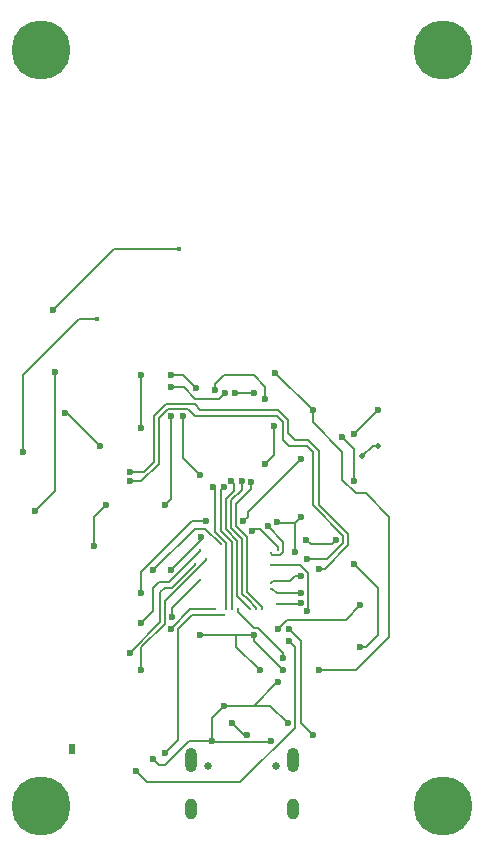
<source format=gbl>
G04 #@! TF.GenerationSoftware,KiCad,Pcbnew,9.0.3*
G04 #@! TF.CreationDate,2025-07-25T19:12:18-07:00*
G04 #@! TF.ProjectId,kikard,6b696b61-7264-42e6-9b69-6361645f7063,rev?*
G04 #@! TF.SameCoordinates,Original*
G04 #@! TF.FileFunction,Copper,L2,Bot*
G04 #@! TF.FilePolarity,Positive*
%FSLAX46Y46*%
G04 Gerber Fmt 4.6, Leading zero omitted, Abs format (unit mm)*
G04 Created by KiCad (PCBNEW 9.0.3) date 2025-07-25 19:12:18*
%MOMM*%
%LPD*%
G01*
G04 APERTURE LIST*
G04 #@! TA.AperFunction,ComponentPad*
%ADD10C,5.000000*%
G04 #@! TD*
G04 #@! TA.AperFunction,ComponentPad*
%ADD11C,0.400000*%
G04 #@! TD*
G04 #@! TA.AperFunction,ComponentPad*
%ADD12C,0.650000*%
G04 #@! TD*
G04 #@! TA.AperFunction,ComponentPad*
%ADD13O,1.000000X2.100000*%
G04 #@! TD*
G04 #@! TA.AperFunction,ComponentPad*
%ADD14O,1.000000X1.800000*%
G04 #@! TD*
G04 #@! TA.AperFunction,ComponentPad*
%ADD15R,0.500000X0.900000*%
G04 #@! TD*
G04 #@! TA.AperFunction,ViaPad*
%ADD16C,0.500000*%
G04 #@! TD*
G04 #@! TA.AperFunction,ViaPad*
%ADD17C,0.600000*%
G04 #@! TD*
G04 #@! TA.AperFunction,ViaPad*
%ADD18C,0.250000*%
G04 #@! TD*
G04 #@! TA.AperFunction,Conductor*
%ADD19C,0.200000*%
G04 #@! TD*
G04 APERTURE END LIST*
D10*
X167000000Y-132000000D03*
D11*
X137700000Y-90800000D03*
X144700000Y-84800000D03*
D10*
X133000000Y-68000000D03*
D12*
X147110000Y-128615000D03*
X152890000Y-128615000D03*
D13*
X145680000Y-128115000D03*
X154320000Y-128115000D03*
D14*
X145680000Y-132265000D03*
X154320000Y-132265000D03*
D10*
X167000000Y-68000000D03*
D15*
X135625000Y-127150000D03*
D10*
X133000000Y-132000000D03*
D16*
X161500000Y-101500000D03*
X160200000Y-102400000D03*
D17*
X152000000Y-103000000D03*
X135000000Y-98680000D03*
X152975735Y-107975735D03*
X152731478Y-99840399D03*
X159500000Y-111500000D03*
D18*
X148200000Y-109850000D03*
D17*
X154500000Y-110500000D03*
X144000000Y-99000000D03*
X142500000Y-112000000D03*
X138000000Y-101500000D03*
X146500000Y-104000000D03*
X155000000Y-107500000D03*
X160000000Y-118500000D03*
X143500000Y-106500000D03*
X145000000Y-99000000D03*
X131500000Y-102000000D03*
X134150000Y-95230000D03*
X134000000Y-90000000D03*
X132500000Y-107000000D03*
X144000000Y-117000000D03*
D18*
X147700000Y-115350000D03*
D17*
X151000000Y-117500000D03*
X151500000Y-120500000D03*
X146500000Y-117500000D03*
X153500000Y-120500000D03*
X150100000Y-107900000D03*
X155000000Y-102600000D03*
X147500000Y-126500000D03*
X152500000Y-126500000D03*
X142500000Y-128000000D03*
X148500000Y-123500000D03*
X153900000Y-125000000D03*
X156000000Y-98500000D03*
X153100000Y-121500000D03*
X156500000Y-120500000D03*
X152801735Y-95301735D03*
X147750000Y-96750000D03*
X152000000Y-97500000D03*
X151000000Y-97000000D03*
X149400000Y-97000000D03*
X158500000Y-100758450D03*
X159500000Y-104500000D03*
X161500000Y-98500000D03*
X159500000Y-100500000D03*
X158000000Y-109500000D03*
X155455000Y-109455000D03*
D18*
X146000000Y-111500000D03*
D17*
X140500000Y-119000000D03*
X141500000Y-120500000D03*
D18*
X146950000Y-111100000D03*
D17*
X147000000Y-107900000D03*
D18*
X153096256Y-110288769D03*
D17*
X141500000Y-114000000D03*
X150869121Y-108717651D03*
X152174265Y-108325735D03*
D18*
X152450000Y-110600000D03*
D17*
X141500000Y-116500000D03*
D18*
X146450000Y-110350000D03*
D17*
X155500000Y-115500000D03*
X154000000Y-118000000D03*
D18*
X152450000Y-111600000D03*
D17*
X141000000Y-129000000D03*
X141500000Y-100000000D03*
X141500000Y-95500000D03*
D18*
X149700000Y-115350000D03*
D17*
X153500000Y-119500000D03*
X146540156Y-109218905D03*
X144000000Y-112000000D03*
X144000000Y-96500000D03*
X148600000Y-97000000D03*
X144000000Y-95500000D03*
X146124265Y-96624265D03*
D18*
X148450000Y-115850000D03*
D17*
X143500000Y-127500000D03*
X154000000Y-117000000D03*
X156000000Y-126000000D03*
X144102000Y-116000000D03*
X137500000Y-110000000D03*
X138500000Y-106500000D03*
D18*
X146450000Y-112850000D03*
D17*
X140500000Y-103699997D03*
X156500000Y-111900000D03*
X140500000Y-104500000D03*
X155500000Y-111100000D03*
D18*
X152450000Y-113600000D03*
D17*
X155000000Y-114000000D03*
X155000000Y-112500000D03*
D18*
X152450000Y-113100000D03*
X151700000Y-115350000D03*
D17*
X150786793Y-104529761D03*
X149114579Y-104487851D03*
D18*
X150700000Y-115350000D03*
X149200000Y-115350000D03*
D17*
X148500000Y-105000000D03*
X149150000Y-125000000D03*
X150400000Y-126000000D03*
D18*
X152950000Y-114850000D03*
D17*
X155000000Y-114800003D03*
X147543849Y-104979567D03*
D18*
X148700000Y-115350000D03*
D17*
X149991063Y-104447187D03*
D18*
X151200000Y-115350000D03*
D17*
X153050000Y-117000000D03*
X160000000Y-115000000D03*
D19*
X161500000Y-101500000D02*
X161100000Y-101500000D01*
X144000000Y-99000000D02*
X144000000Y-106000000D01*
X145000000Y-102500000D02*
X145000000Y-99000000D01*
X153000000Y-108000000D02*
X154500000Y-108000000D01*
X154500000Y-108000000D02*
X154500000Y-110500000D01*
X148200000Y-109850000D02*
X146850000Y-108500000D01*
X152975735Y-107975735D02*
X153000000Y-108000000D01*
X160500000Y-118500000D02*
X160000000Y-118500000D01*
X146000000Y-108500000D02*
X142500000Y-112000000D01*
X144000000Y-106000000D02*
X143500000Y-106500000D01*
X145000000Y-102500000D02*
X146500000Y-104000000D01*
X155000000Y-107500000D02*
X154500000Y-108000000D01*
X138000000Y-101500000D02*
X135180000Y-98680000D01*
X159500000Y-111500000D02*
X161500000Y-113500000D01*
X161500000Y-117500000D02*
X160500000Y-118500000D01*
X152731478Y-99840399D02*
X152731478Y-102268522D01*
X161500000Y-117000000D02*
X161500000Y-117500000D01*
X161500000Y-113500000D02*
X161500000Y-117000000D01*
X161100000Y-101500000D02*
X160200000Y-102400000D01*
X146850000Y-108500000D02*
X146000000Y-108500000D01*
X152731478Y-102268522D02*
X152000000Y-103000000D01*
X135180000Y-98680000D02*
X135000000Y-98680000D01*
X131500000Y-102000000D02*
X131500000Y-95500000D01*
X136200000Y-90800000D02*
X137700000Y-90800000D01*
X131500000Y-95500000D02*
X136200000Y-90800000D01*
X132500000Y-107000000D02*
X134150000Y-105350000D01*
X134150000Y-105350000D02*
X134150000Y-95230000D01*
X139200000Y-84800000D02*
X144700000Y-84800000D01*
X134000000Y-90000000D02*
X139200000Y-84800000D01*
X147699998Y-115350002D02*
X145649998Y-115350002D01*
X145649998Y-115350002D02*
X144000000Y-117000000D01*
X147700000Y-115350000D02*
X147699998Y-115350002D01*
X150500000Y-107100000D02*
X155000000Y-102600000D01*
X151000000Y-117500000D02*
X151000000Y-118000000D01*
X150500000Y-107500000D02*
X150500000Y-107100000D01*
X149500000Y-117500000D02*
X146500000Y-117500000D01*
X151000000Y-118000000D02*
X153500000Y-120500000D01*
X149500000Y-117500000D02*
X149500000Y-118500000D01*
X149500000Y-118500000D02*
X151500000Y-120500000D01*
X150100000Y-107900000D02*
X150500000Y-107500000D01*
X151000000Y-117500000D02*
X149500000Y-117500000D01*
X147500000Y-124500000D02*
X148500000Y-123500000D01*
X145500000Y-126500000D02*
X143500000Y-128500000D01*
X143000000Y-128500000D02*
X142500000Y-128000000D01*
X159650057Y-105500000D02*
X160500000Y-105500000D01*
X152801735Y-95301735D02*
X156000000Y-98500000D01*
X153100000Y-121500000D02*
X153000000Y-121500000D01*
X147601000Y-126601000D02*
X147500000Y-126500000D01*
X156000000Y-98500000D02*
X156000000Y-99500000D01*
X160500000Y-105500000D02*
X162500000Y-107500000D01*
X159650057Y-120500000D02*
X156500000Y-120500000D01*
X151000000Y-123500000D02*
X148500000Y-123500000D01*
X158500000Y-102000000D02*
X158500000Y-104349943D01*
X162500000Y-107500000D02*
X162500000Y-117650057D01*
X153900000Y-125000000D02*
X152400000Y-123500000D01*
X153000000Y-121500000D02*
X151000000Y-123500000D01*
X143500000Y-128500000D02*
X143000000Y-128500000D01*
X158500000Y-104349943D02*
X159650057Y-105500000D01*
X156000000Y-99500000D02*
X158500000Y-102000000D01*
X147500000Y-126500000D02*
X147500000Y-124500000D01*
X147500000Y-126500000D02*
X145500000Y-126500000D01*
X152500000Y-126500000D02*
X152399000Y-126601000D01*
X152400000Y-123500000D02*
X151000000Y-123500000D01*
X152399000Y-126601000D02*
X147601000Y-126601000D01*
X162500000Y-117650057D02*
X159650057Y-120500000D01*
X147750000Y-96250000D02*
X147750000Y-96750000D01*
X148500000Y-95500000D02*
X147750000Y-96250000D01*
X152000000Y-97500000D02*
X152000000Y-96500000D01*
X151000000Y-95500000D02*
X148500000Y-95500000D01*
X152000000Y-96500000D02*
X151000000Y-95500000D01*
X149400000Y-97000000D02*
X151000000Y-97000000D01*
X158500000Y-100758450D02*
X159500000Y-101758450D01*
X159500000Y-101758450D02*
X159500000Y-104500000D01*
X161500000Y-98500000D02*
X159500000Y-100500000D01*
X158000000Y-109500000D02*
X157650000Y-109850000D01*
X155850000Y-109850000D02*
X155455000Y-109455000D01*
X157650000Y-109850000D02*
X155850000Y-109850000D01*
X143101000Y-113899000D02*
X143101000Y-116399000D01*
X146000000Y-111500000D02*
X146000000Y-111550000D01*
X144050000Y-113500000D02*
X143500000Y-113500000D01*
X143500000Y-113500000D02*
X143101000Y-113899000D01*
X146000000Y-111550000D02*
X144050000Y-113500000D01*
X143101000Y-116399000D02*
X140500000Y-119000000D01*
X141500000Y-118567100D02*
X141500000Y-120500000D01*
X146950000Y-111167100D02*
X144558550Y-113558550D01*
X146950000Y-111100000D02*
X146950000Y-111167100D01*
X143502000Y-116500000D02*
X143502000Y-116565100D01*
X143502000Y-116565100D02*
X141500000Y-118567100D01*
X144558550Y-113558550D02*
X143502000Y-114615100D01*
X143502000Y-114615100D02*
X143502000Y-116500000D01*
X151086772Y-108500000D02*
X150869121Y-108717651D01*
X147000000Y-107900000D02*
X145750057Y-107900000D01*
X151500000Y-108500000D02*
X151086772Y-108500000D01*
X141500000Y-112150057D02*
X141500000Y-114000000D01*
X145750057Y-107900000D02*
X141500000Y-112150057D01*
X153096256Y-110288769D02*
X153096256Y-110096256D01*
X153096256Y-110096256D02*
X151500000Y-108500000D01*
X153522256Y-109673726D02*
X153522256Y-110465224D01*
X153249980Y-110737500D02*
X152587500Y-110737500D01*
X152174265Y-108325735D02*
X153522256Y-109673726D01*
X152587500Y-110737500D02*
X152450000Y-110600000D01*
X153522256Y-110465224D02*
X153249980Y-110737500D01*
X141500000Y-116500000D02*
X142500000Y-115500000D01*
X143000000Y-113000000D02*
X143849943Y-113000000D01*
X143849943Y-113000000D02*
X146450000Y-110399943D01*
X142500000Y-113500000D02*
X143000000Y-113000000D01*
X146450000Y-110399943D02*
X146450000Y-110350000D01*
X142500000Y-115500000D02*
X142500000Y-113500000D01*
X155601000Y-112251057D02*
X155601000Y-115399000D01*
X154500000Y-118500000D02*
X154500000Y-125349943D01*
X149849943Y-130000000D02*
X145000000Y-130000000D01*
X152450000Y-111600000D02*
X154949943Y-111600000D01*
X154500000Y-125349943D02*
X149849943Y-130000000D01*
X142000000Y-130000000D02*
X141000000Y-129000000D01*
X154949943Y-111600000D02*
X155601000Y-112251057D01*
X155601000Y-115399000D02*
X155500000Y-115500000D01*
X145000000Y-130000000D02*
X142000000Y-130000000D01*
X154000000Y-118000000D02*
X154500000Y-118500000D01*
X141500000Y-100000000D02*
X141500000Y-95500000D01*
X153500000Y-119000000D02*
X151399000Y-116899000D01*
X151399000Y-116899000D02*
X151000000Y-116899000D01*
X151000000Y-116899000D02*
X149700000Y-115599000D01*
X153500000Y-119500000D02*
X153500000Y-119000000D01*
X149700000Y-115599000D02*
X149700000Y-115350000D01*
X146540156Y-109459844D02*
X144000000Y-112000000D01*
X146540156Y-109218905D02*
X146540156Y-109459844D01*
X146067100Y-97500000D02*
X148100000Y-97500000D01*
X144000000Y-96500000D02*
X145067100Y-96500000D01*
X148100000Y-97500000D02*
X148600000Y-97000000D01*
X145067100Y-96500000D02*
X146067100Y-97500000D01*
X145000000Y-95500000D02*
X146124265Y-96624265D01*
X144000000Y-95500000D02*
X145000000Y-95500000D01*
X148450000Y-115850000D02*
X145751000Y-115850000D01*
X145751000Y-115850000D02*
X144601000Y-117000000D01*
X144601000Y-117000000D02*
X144601000Y-126399000D01*
X144601000Y-126399000D02*
X143500000Y-127500000D01*
X155000000Y-125000000D02*
X155000000Y-124000000D01*
X156000000Y-126000000D02*
X155000000Y-125000000D01*
X155000000Y-124000000D02*
X155000000Y-118000000D01*
X155000000Y-118000000D02*
X154000000Y-117000000D01*
X146450000Y-112850000D02*
X144102000Y-115198000D01*
X137500000Y-110000000D02*
X137500000Y-107500000D01*
X144102000Y-115198000D02*
X144102000Y-116000000D01*
X137500000Y-107500000D02*
X138500000Y-106500000D01*
X153067100Y-98500000D02*
X146500000Y-98500000D01*
X145998000Y-97998000D02*
X143584957Y-97998000D01*
X153901000Y-99333900D02*
X153067100Y-98500000D01*
X141716450Y-103716450D02*
X141699997Y-103699997D01*
X154500000Y-101000000D02*
X153901000Y-100401000D01*
X153901000Y-100401000D02*
X153901000Y-99500000D01*
X155567100Y-101000000D02*
X154500000Y-101000000D01*
X146500000Y-98500000D02*
X145998000Y-97998000D01*
X159002000Y-108934900D02*
X156533550Y-106466450D01*
X156533550Y-101966450D02*
X155567100Y-101000000D01*
X143584957Y-97998000D02*
X142599000Y-98983957D01*
X157017043Y-111900000D02*
X159002000Y-109915043D01*
X142599000Y-98983957D02*
X142599000Y-102833900D01*
X156533550Y-106466450D02*
X156533550Y-101966450D01*
X159002000Y-109915043D02*
X159002000Y-108934900D01*
X141699997Y-103699997D02*
X140500000Y-103699997D01*
X142599000Y-102833900D02*
X141716450Y-103716450D01*
X156500000Y-111900000D02*
X157017043Y-111900000D01*
X153901000Y-99500000D02*
X153901000Y-99333900D01*
X143000000Y-99150057D02*
X143000000Y-103000000D01*
X153500000Y-101000000D02*
X153500000Y-99500000D01*
X145399000Y-98399000D02*
X144500000Y-98399000D01*
X143000000Y-103000000D02*
X141500000Y-104500000D01*
X146000000Y-99000000D02*
X145500000Y-98500000D01*
X145500000Y-98500000D02*
X145399000Y-98399000D01*
X153500000Y-99500000D02*
X153000000Y-99000000D01*
X144500000Y-98399000D02*
X143751057Y-98399000D01*
X154000000Y-101500000D02*
X153500000Y-101000000D01*
X141500000Y-104500000D02*
X140500000Y-104500000D01*
X155500000Y-101500000D02*
X154000000Y-101500000D01*
X156000000Y-102000000D02*
X155500000Y-101500000D01*
X157249943Y-111100000D02*
X158601000Y-109748943D01*
X143751057Y-98399000D02*
X143000000Y-99150057D01*
X158601000Y-109748943D02*
X158601000Y-109101000D01*
X158601000Y-109101000D02*
X156000000Y-106500000D01*
X156000000Y-106500000D02*
X156000000Y-102000000D01*
X155500000Y-111100000D02*
X157249943Y-111100000D01*
X146500000Y-99000000D02*
X146000000Y-99000000D01*
X153000000Y-99000000D02*
X146500000Y-99000000D01*
X152548436Y-113600000D02*
X152948436Y-114000000D01*
X152450000Y-113600000D02*
X152548436Y-113600000D01*
X152948436Y-114000000D02*
X155000000Y-114000000D01*
X152625000Y-112925000D02*
X152450000Y-113100000D01*
X155000000Y-112500000D02*
X154500000Y-112500000D01*
X154500000Y-112500000D02*
X154075000Y-112925000D01*
X154075000Y-112925000D02*
X152625000Y-112925000D01*
X150403000Y-109182145D02*
X149610427Y-108389572D01*
X150786793Y-105110752D02*
X150786793Y-104529761D01*
X150403000Y-113835900D02*
X150403000Y-109514345D01*
X149500000Y-108279145D02*
X149500000Y-107000000D01*
X150403000Y-109514345D02*
X150403000Y-109182145D01*
X149500000Y-107000000D02*
X149500000Y-106397545D01*
X151700000Y-115350000D02*
X151700000Y-115132900D01*
X151700000Y-115132900D02*
X150403000Y-113835900D01*
X149610427Y-108389572D02*
X149500000Y-108279145D01*
X149500000Y-106397545D02*
X150786793Y-105110752D01*
X149601000Y-114251000D02*
X149601000Y-110000000D01*
X148793327Y-108706672D02*
X148660777Y-108574122D01*
X148660777Y-108574122D02*
X148660777Y-106000000D01*
X149601000Y-109514345D02*
X148793327Y-108706672D01*
X150700000Y-115350000D02*
X149601000Y-114251000D01*
X148660777Y-106000000D02*
X149300003Y-105360774D01*
X149300003Y-104673275D02*
X149114579Y-104487851D01*
X149300003Y-105360774D02*
X149300003Y-104673275D01*
X149601000Y-110000000D02*
X149601000Y-109514345D01*
X148259777Y-108740222D02*
X148259777Y-105240223D01*
X148259777Y-105240223D02*
X148500000Y-105000000D01*
X149200000Y-109680445D02*
X148259777Y-108740222D01*
X149200000Y-115350000D02*
X149200000Y-109680445D01*
X150400000Y-126000000D02*
X150150000Y-126000000D01*
X150150000Y-126000000D02*
X149150000Y-125000000D01*
X152950000Y-114850000D02*
X154950003Y-114850000D01*
X154950003Y-114850000D02*
X155000000Y-114800003D01*
X148700000Y-115350000D02*
X148700000Y-109747545D01*
X147708550Y-105144268D02*
X147543849Y-104979567D01*
X147743905Y-108791450D02*
X147708550Y-108791450D01*
X148700000Y-109747545D02*
X147743905Y-108791450D01*
X147708550Y-108791450D02*
X147708550Y-105144268D01*
X151200000Y-115350000D02*
X151200000Y-115200000D01*
X149061777Y-106166100D02*
X149113939Y-106113938D01*
X151200000Y-115200000D02*
X150500000Y-114500000D01*
X150500000Y-114500000D02*
X150002000Y-114002000D01*
X149991063Y-105236814D02*
X149991063Y-104447187D01*
X149113939Y-106113938D02*
X149991063Y-105236814D01*
X150002000Y-114002000D02*
X150002000Y-110000000D01*
X150002000Y-109348245D02*
X149576877Y-108923122D01*
X149061777Y-108408022D02*
X149061777Y-106166100D01*
X150002000Y-110000000D02*
X150002000Y-109348245D01*
X149076877Y-108423122D02*
X149061777Y-108408022D01*
X149576877Y-108923122D02*
X149076877Y-108423122D01*
X153050000Y-117000000D02*
X153842891Y-116207109D01*
X153842891Y-116207109D02*
X158792891Y-116207109D01*
X158792891Y-116207109D02*
X160000000Y-115000000D01*
M02*

</source>
